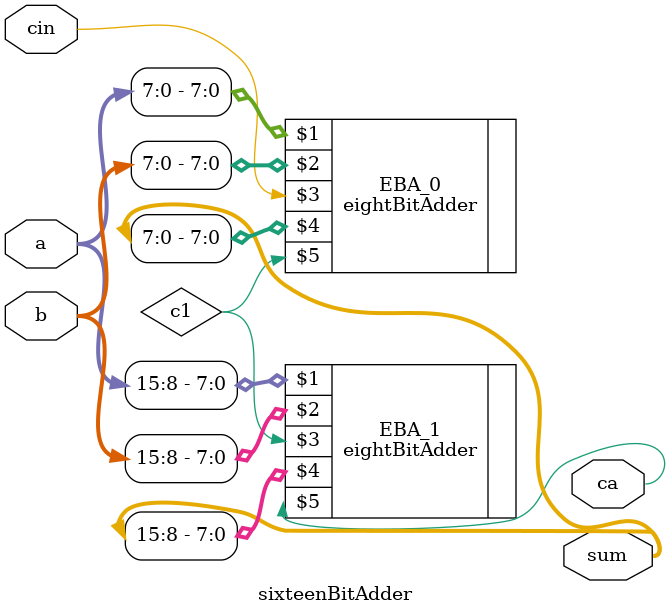
<source format=v>
`include "eightBitAdder.v"

module sixteenBitAdder(a, b, cin, sum, ca);
input [15:0] a, b;
input cin;

output [15:0] sum;
output ca;

wire c1;

eightBitAdder EBA_0(a[7:0], b[7:0], cin, sum[7:0], c1);
eightBitAdder EBA_1(a[15:8], b[15:8], c1, sum[15:8], ca);

endmodule

</source>
